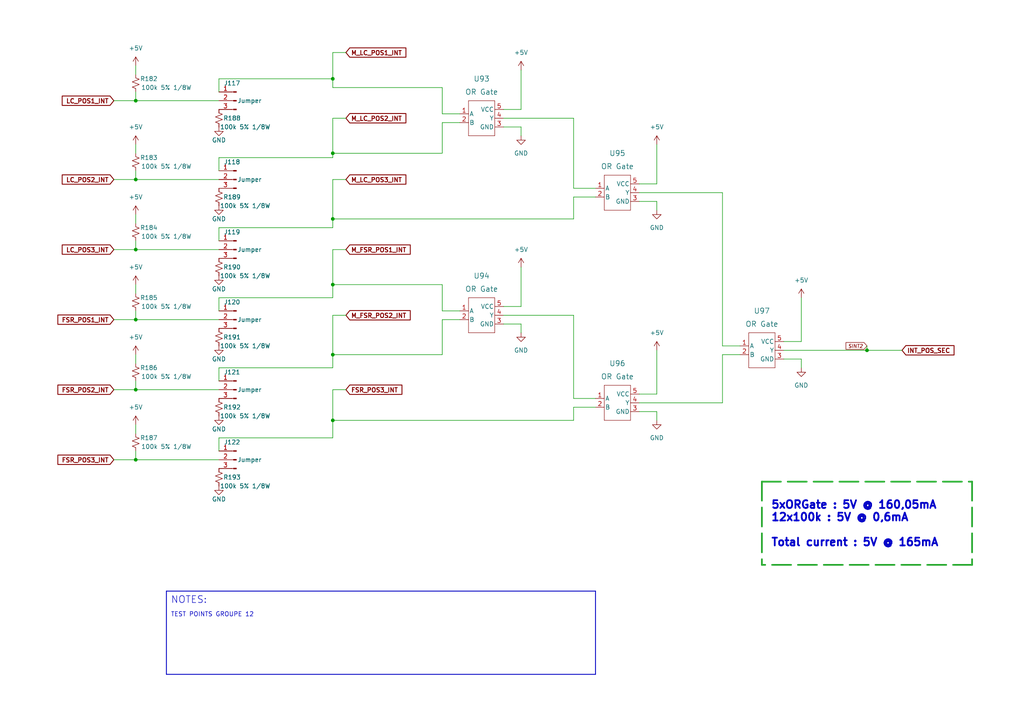
<source format=kicad_sch>
(kicad_sch (version 20211123) (generator eeschema)
  (paper "A4")
  (lib_symbols
    (symbol "Connector:Conn_01x03_Male" (pin_names (offset 1.016) hide)
      (property "Reference" "J" (at 0 5.08 0))
      (property "Value" "Conn_01x03_Male" (at 0 -5.08 0))
      (symbol "Conn_01x03_Male_1_1"
        (polyline (pts (xy 1.27 -2.54) (xy 0.8636 -2.54)) (stroke (width 0.1524)))
        (polyline (pts (xy 1.27 0) (xy 0.8636 0)) (stroke (width 0.1524)))
        (polyline (pts (xy 1.27 2.54) (xy 0.8636 2.54)) (stroke (width 0.1524)))
        (rectangle (start 0.8636 -2.413) (end 0 -2.667) (stroke (width 0.1524)) (fill (type outline)))
        (rectangle (start 0.8636 0.127) (end 0 -0.127) (stroke (width 0.1524)) (fill (type outline)))
        (rectangle (start 0.8636 2.667) (end 0 2.413) (stroke (width 0.1524)) (fill (type outline)))
        (pin passive line (at 5.08 2.54 180) (length 3.81) (name "Pin_1") (number "1"))
        (pin passive line (at 5.08 0 180) (length 3.81) (name "Pin_2") (number "2"))
        (pin passive line (at 5.08 -2.54 180) (length 3.81) (name "Pin_3") (number "3"))
      )
    )
    (symbol "Device:R_Small_US" (pin_numbers hide) (pin_names (offset 0.254) hide)
      (property "Reference" "R" (at 0.762 0.508 0))
      (property "Value" "R_Small_US" (at 0.762 -1.016 0))
      (symbol "R_Small_US_1_1"
        (polyline (pts (xy 0 0) (xy 1.016 -0.381) (xy 0 -0.762) (xy -1.016 -1.143) (xy 0 -1.524)))
        (polyline (pts (xy 0 1.524) (xy 1.016 1.143) (xy 0 0.762) (xy -1.016 0.381) (xy 0 0)))
        (pin passive line (at 0 2.54 270) (length 1.016) (name "~") (number "1"))
        (pin passive line (at 0 -2.54 90) (length 1.016) (name "~") (number "2"))
      )
    )
    (symbol "SymLib:SN74LVC1G32DBVR" (pin_names (offset 0.254))
      (property "Reference" "U" (at 25.4 10.16 0))
      (property "Value" "SN74LVC1G32DBVR" (at 25.4 7.62 0))
      (symbol "SN74LVC1G32DBVR_0_1"
        (polyline (pts (xy 21.59 -7.62) (xy 29.21 -7.62)) (stroke (width 0.127)))
        (polyline (pts (xy 21.59 2.54) (xy 21.59 -7.62)) (stroke (width 0.127)))
        (polyline (pts (xy 29.21 -7.62) (xy 29.21 2.54)) (stroke (width 0.127)))
        (polyline (pts (xy 29.21 2.54) (xy 21.59 2.54)) (stroke (width 0.127)))
        (pin input line (at 19.05 -1.27 0) (length 2.54) (name "A") (number "1"))
        (pin input line (at 19.05 -3.81 0) (length 2.54) (name "B") (number "2"))
        (pin power_in line (at 31.75 -5.08 180) (length 2.54) (name "GND") (number "3"))
        (pin output line (at 31.75 -2.54 180) (length 2.54) (name "Y") (number "4"))
        (pin power_in line (at 31.75 0 180) (length 2.54) (name "VCC") (number "5"))
      )
    )
    (symbol "power:+5V" (power) (pin_names (offset 0))
      (property "Value" "+5V" (at 0 3.556 0))
      (symbol "+5V_0_1"
        (polyline (pts (xy -0.762 1.27) (xy 0 2.54)))
        (polyline (pts (xy 0 0) (xy 0 2.54)))
        (polyline (pts (xy 0 2.54) (xy 0.762 1.27)))
      )
      (symbol "+5V_1_1"
        (pin power_in line (at 0 0 90) (length 0) hide (name "+5V") (number "1"))
      )
    )
    (symbol "power:GND" (power) (pin_names (offset 0))
      (property "Value" "GND" (at 0 -3.81 0))
      (symbol "GND_0_1"
        (polyline (pts (xy 0 0) (xy 0 -1.27) (xy 1.27 -1.27) (xy 0 -2.54) (xy -1.27 -1.27) (xy 0 -1.27)))
      )
      (symbol "GND_1_1"
        (pin power_in line (at 0 0 270) (length 0) hide (name "GND") (number "1"))
      )
    )
  )
  (junction (at 96.52 82.55))
  (junction (at 96.52 121.92))
  (junction (at 39.37 29.21))
  (junction (at 251.46 101.6))
  (junction (at 39.37 92.71))
  (junction (at 96.52 63.5))
  (junction (at 96.52 22.86))
  (junction (at 39.37 133.35))
  (junction (at 39.37 113.03))
  (junction (at 39.37 52.07))
  (junction (at 96.52 102.87))
  (junction (at 96.52 44.45))
  (junction (at 39.37 72.39))
  (polyline (pts (xy 48.26 171.45) (xy 172.72 171.45)) (stroke (width 0.25) (type solid)))
  (wire (pts (xy 172.72 57.15) (xy 166.37 57.15)))
  (wire (pts (xy 96.52 86.36) (xy 96.52 82.55)))
  (wire (pts (xy 39.37 19.05) (xy 39.37 21.59)))
  (polyline (pts (xy 281.94 163.83) (xy 220.98 163.83)) (stroke (width 0.5) (type dash) (color 37 168 45 1)))
  (wire (pts (xy 227.33 99.06) (xy 232.41 99.06)))
  (wire (pts (xy 133.35 92.71) (xy 128.27 92.71)))
  (wire (pts (xy 39.37 130.81) (xy 39.37 133.35)))
  (wire (pts (xy 151.13 20.32) (xy 151.13 31.75)))
  (wire (pts (xy 63.5 86.36) (xy 96.52 86.36)))
  (wire (pts (xy 190.5 121.92) (xy 190.5 119.38)))
  (wire (pts (xy 172.72 54.61) (xy 166.37 54.61)))
  (wire (pts (xy 39.37 102.87) (xy 39.37 105.41)))
  (wire (pts (xy 172.72 118.11) (xy 166.37 118.11)))
  (wire (pts (xy 190.5 58.42) (xy 185.42 58.42)))
  (wire (pts (xy 63.5 22.86) (xy 96.52 22.86)))
  (wire (pts (xy 96.52 45.72) (xy 96.52 44.45)))
  (wire (pts (xy 251.46 100.33) (xy 251.46 101.6)))
  (wire (pts (xy 63.5 69.85) (xy 63.5 66.04)))
  (wire (pts (xy 96.52 63.5) (xy 166.37 63.5)))
  (wire (pts (xy 232.41 106.68) (xy 232.41 104.14)))
  (wire (pts (xy 96.52 34.29) (xy 96.52 44.45)))
  (wire (pts (xy 190.5 101.6) (xy 190.5 114.3)))
  (wire (pts (xy 128.27 44.45) (xy 128.27 35.56)))
  (wire (pts (xy 166.37 34.29) (xy 146.05 34.29)))
  (wire (pts (xy 96.52 66.04) (xy 96.52 63.5)))
  (wire (pts (xy 39.37 133.35) (xy 63.5 133.35)))
  (wire (pts (xy 100.33 113.03) (xy 96.52 113.03)))
  (wire (pts (xy 63.5 45.72) (xy 96.52 45.72)))
  (polyline (pts (xy 281.94 139.7) (xy 281.94 163.83)) (stroke (width 0.5) (type dash) (color 37 168 45 1)))
  (wire (pts (xy 209.55 102.87) (xy 214.63 102.87)))
  (wire (pts (xy 39.37 92.71) (xy 63.5 92.71)))
  (wire (pts (xy 96.52 25.4) (xy 128.27 25.4)))
  (wire (pts (xy 96.52 44.45) (xy 128.27 44.45)))
  (wire (pts (xy 33.02 52.07) (xy 39.37 52.07)))
  (wire (pts (xy 166.37 57.15) (xy 166.37 63.5)))
  (wire (pts (xy 96.52 15.24) (xy 96.52 22.86)))
  (wire (pts (xy 96.52 113.03) (xy 96.52 121.92)))
  (wire (pts (xy 151.13 36.83) (xy 146.05 36.83)))
  (polyline (pts (xy 48.26 171.45) (xy 48.26 195.58)) (stroke (width 0.25) (type solid)))
  (wire (pts (xy 185.42 53.34) (xy 190.5 53.34)))
  (wire (pts (xy 39.37 123.19) (xy 39.37 125.73)))
  (wire (pts (xy 96.52 72.39) (xy 96.52 82.55)))
  (wire (pts (xy 146.05 88.9) (xy 151.13 88.9)))
  (wire (pts (xy 63.5 106.68) (xy 96.52 106.68)))
  (wire (pts (xy 96.52 22.86) (xy 96.52 25.4)))
  (wire (pts (xy 190.5 41.91) (xy 190.5 53.34)))
  (wire (pts (xy 63.5 26.67) (xy 63.5 22.86)))
  (wire (pts (xy 33.02 29.21) (xy 39.37 29.21)))
  (wire (pts (xy 185.42 114.3) (xy 190.5 114.3)))
  (wire (pts (xy 100.33 72.39) (xy 96.52 72.39)))
  (wire (pts (xy 63.5 90.17) (xy 63.5 86.36)))
  (polyline (pts (xy 172.72 195.58) (xy 48.26 195.58)) (stroke (width 0.25) (type solid)))
  (wire (pts (xy 96.52 91.44) (xy 96.52 102.87)))
  (polyline (pts (xy 220.98 139.7) (xy 281.94 139.7)) (stroke (width 0.5) (type dash) (color 37 168 45 1)))
  (wire (pts (xy 185.42 55.88) (xy 209.55 55.88)))
  (wire (pts (xy 232.41 86.36) (xy 232.41 99.06)))
  (wire (pts (xy 39.37 72.39) (xy 63.5 72.39)))
  (wire (pts (xy 39.37 49.53) (xy 39.37 52.07)))
  (wire (pts (xy 39.37 29.21) (xy 63.5 29.21)))
  (wire (pts (xy 33.02 113.03) (xy 39.37 113.03)))
  (wire (pts (xy 128.27 25.4) (xy 128.27 33.02)))
  (wire (pts (xy 128.27 35.56) (xy 133.35 35.56)))
  (polyline (pts (xy 220.98 139.7) (xy 220.98 163.83)) (stroke (width 0.5) (type dash) (color 37 168 45 1)))
  (wire (pts (xy 39.37 82.55) (xy 39.37 85.09)))
  (wire (pts (xy 100.33 34.29) (xy 96.52 34.29)))
  (wire (pts (xy 39.37 62.23) (xy 39.37 64.77)))
  (wire (pts (xy 96.52 52.07) (xy 96.52 63.5)))
  (wire (pts (xy 209.55 100.33) (xy 214.63 100.33)))
  (wire (pts (xy 100.33 15.24) (xy 96.52 15.24)))
  (wire (pts (xy 151.13 39.37) (xy 151.13 36.83)))
  (wire (pts (xy 33.02 133.35) (xy 39.37 133.35)))
  (wire (pts (xy 33.02 92.71) (xy 39.37 92.71)))
  (wire (pts (xy 166.37 54.61) (xy 166.37 34.29)))
  (wire (pts (xy 185.42 116.84) (xy 209.55 116.84)))
  (wire (pts (xy 251.46 101.6) (xy 261.62 101.6)))
  (wire (pts (xy 146.05 31.75) (xy 151.13 31.75)))
  (wire (pts (xy 166.37 115.57) (xy 166.37 91.44)))
  (wire (pts (xy 209.55 116.84) (xy 209.55 102.87)))
  (wire (pts (xy 33.02 72.39) (xy 39.37 72.39)))
  (wire (pts (xy 128.27 33.02) (xy 133.35 33.02)))
  (wire (pts (xy 166.37 118.11) (xy 166.37 121.92)))
  (wire (pts (xy 63.5 66.04) (xy 96.52 66.04)))
  (wire (pts (xy 39.37 52.07) (xy 63.5 52.07)))
  (wire (pts (xy 128.27 102.87) (xy 128.27 92.71)))
  (wire (pts (xy 96.52 82.55) (xy 128.27 82.55)))
  (wire (pts (xy 63.5 130.81) (xy 63.5 127)))
  (wire (pts (xy 96.52 127) (xy 96.52 121.92)))
  (wire (pts (xy 100.33 91.44) (xy 96.52 91.44)))
  (wire (pts (xy 128.27 82.55) (xy 128.27 90.17)))
  (wire (pts (xy 151.13 96.52) (xy 151.13 93.98)))
  (wire (pts (xy 39.37 26.67) (xy 39.37 29.21)))
  (wire (pts (xy 190.5 60.96) (xy 190.5 58.42)))
  (wire (pts (xy 63.5 49.53) (xy 63.5 45.72)))
  (wire (pts (xy 39.37 69.85) (xy 39.37 72.39)))
  (wire (pts (xy 96.52 121.92) (xy 166.37 121.92)))
  (wire (pts (xy 151.13 93.98) (xy 146.05 93.98)))
  (wire (pts (xy 232.41 104.14) (xy 227.33 104.14)))
  (wire (pts (xy 63.5 110.49) (xy 63.5 106.68)))
  (wire (pts (xy 227.33 101.6) (xy 251.46 101.6)))
  (wire (pts (xy 96.52 106.68) (xy 96.52 102.87)))
  (wire (pts (xy 172.72 115.57) (xy 166.37 115.57)))
  (wire (pts (xy 166.37 91.44) (xy 146.05 91.44)))
  (wire (pts (xy 151.13 77.47) (xy 151.13 88.9)))
  (wire (pts (xy 39.37 113.03) (xy 63.5 113.03)))
  (wire (pts (xy 190.5 119.38) (xy 185.42 119.38)))
  (wire (pts (xy 39.37 110.49) (xy 39.37 113.03)))
  (polyline (pts (xy 172.72 171.45) (xy 172.72 195.58)) (stroke (width 0.25) (type solid)))
  (wire (pts (xy 39.37 90.17) (xy 39.37 92.71)))
  (wire (pts (xy 128.27 90.17) (xy 133.35 90.17)))
  (wire (pts (xy 100.33 52.07) (xy 96.52 52.07)))
  (wire (pts (xy 39.37 41.91) (xy 39.37 44.45)))
  (wire (pts (xy 96.52 102.87) (xy 128.27 102.87)))
  (wire (pts (xy 209.55 55.88) (xy 209.55 100.33)))
  (wire (pts (xy 63.5 127) (xy 96.52 127)))
  (text "TEST POINTS GROUPE 12" (at 49.53 179.07 0) (effects (font (size 1.27 1.27)) (justify left bottom)))
  (text "5xORGate : 5V @ 160,05mA\n12x100k : 5V @ 0,6mA\n\nTotal current : 5V @ 165mA" (at 223.52 158.75 0) (effects (font (size 2.25 2.25) (thickness 0.5) bold) (justify left bottom)))
  (text "NOTES:" (at 49.53 175.26 0) (effects (font (size 2 2)) (justify left bottom)))
  (global_label "FSR_POS3_INT" (shape input) (at 100.33 113.03 0) (effects (font (thickness 0.254) bold)) (property "Intersheet References" "${INTERSHEET_REFS}" (effects hide)))
  (global_label "FSR_POS3_INT" (shape input) (at 33.02 133.35 180) (effects (font (thickness 0.254) bold)) (property "Intersheet References" "${INTERSHEET_REFS}" (effects hide)))
  (global_label "M_FSR_POS2_INT" (shape input) (at 100.33 91.44 0) (effects (font (thickness 0.254) bold)) (property "Intersheet References" "${INTERSHEET_REFS}" (effects hide)))
  (global_label "FSR_POS2_INT" (shape input) (at 33.02 113.03 180) (effects (font (thickness 0.254) bold)) (property "Intersheet References" "${INTERSHEET_REFS}" (effects hide)))
  (global_label "M_LC_POS1_INT" (shape input) (at 100.33 15.24 0) (effects (font bold)) (property "Intersheet References" "${INTERSHEET_REFS}" (effects hide)))
  (global_label "LC_POS2_INT" (shape input) (at 33.02 52.07 180) (effects (font bold)) (property "Intersheet References" "${INTERSHEET_REFS}" (effects hide)))
  (global_label "LC_POS1_INT" (shape input) (at 33.02 29.21 180) (effects (font bold)) (property "Intersheet References" "${INTERSHEET_REFS}" (effects hide)))
  (global_label "INT_POS_SEC" (shape input) (at 261.62 101.6 0) (effects (font bold)) (property "Intersheet References" "${INTERSHEET_REFS}" (effects hide)))
  (global_label "SINT2" (shape input) (at 251.46 100.33 180) (effects (font (size 1 1) italic)) (property "Intersheet References" "${INTERSHEET_REFS}" (effects hide)))
  (global_label "M_LC_POS2_INT" (shape input) (at 100.33 34.29 0) (effects (font bold)) (property "Intersheet References" "${INTERSHEET_REFS}" (effects hide)))
  (global_label "LC_POS3_INT" (shape input) (at 33.02 72.39 180) (effects (font bold)) (property "Intersheet References" "${INTERSHEET_REFS}" (effects hide)))
  (global_label "M_LC_POS3_INT" (shape input) (at 100.33 52.07 0) (effects (font bold)) (property "Intersheet References" "${INTERSHEET_REFS}" (effects hide)))
  (global_label "FSR_POS1_INT" (shape input) (at 33.02 92.71 180) (effects (font (thickness 0.254) bold)) (property "Intersheet References" "${INTERSHEET_REFS}" (effects hide)))
  (global_label "M_FSR_POS1_INT" (shape input) (at 100.33 72.39 0) (effects (font (thickness 0.254) bold)) (property "Intersheet References" "${INTERSHEET_REFS}" (effects hide)))
  (symbol (lib_id "power:GND") (at 63.5 100.33 0) (unit 1)
    (property "Reference" "#PWR0513" (effects hide))
    (property "Value" "GND" (at 63.5 104.14 0))
  )
  (symbol (lib_id "Device:R_Small_US") (at 63.5 77.47 0) (unit 1)
    (property "Reference" "R190" (at 67.31 77.47 0))
    (property "Value" "100k 5% 1/8W" (at 71.12 80.01 0))
    (property "Footprint" "Resistor_SMD:R_0805_2012Metric" (effects hide))
    (property "MANUFACTURER" "Panasonic Electronic Components" (effects hide))
    (property "PACKAGE" "0805 (2012 Metric)" (effects hide))
    (property "PART NUMBER" "ERJ-6GEYJ104V" (effects hide))
    (property "TYPE" "SMD" (effects hide))
    (property "DESCRIPTION" "100 kOhms ±5% 0.125W, 1/8W Chip Resistor 0805 (2012 Metric) Automotive AEC-Q200 Thick Film" (effects hide))
  )
  (symbol (lib_id "SymLib:SN74LVC1G32DBVR") (at 114.3 31.75 0) (unit 1)
    (property "Reference" "U93" (at 139.7 22.86 0) (effects (font (size 1.524 1.524))))
    (property "Value" "OR Gate" (at 139.7 26.67 0) (effects (font (size 1.524 1.524))))
    (property "Footprint" "FootPrint:SOT95P270X145-5N" (effects hide))
    (property "DESCRIPTION" "OR Gate IC 1 Channel SOT-23-5" (effects hide))
    (property "MANUFACTURER" "Texas Instruments" (effects hide))
    (property "PACKAGE" "SC-74A, SOT-753" (effects hide))
    (property "PART NUMBER" "SN74LVC1G32DBVR" (effects hide))
    (property "TYPE" "SMD" (effects hide))
  )
  (symbol (lib_id "SymLib:SN74LVC1G32DBVR") (at 114.3 88.9 0) (unit 1)
    (property "Reference" "U94" (at 139.7 80.01 0) (effects (font (size 1.524 1.524))))
    (property "Value" "OR Gate" (at 139.7 83.82 0) (effects (font (size 1.524 1.524))))
    (property "Footprint" "FootPrint:SOT95P270X145-5N" (effects hide))
    (property "DESCRIPTION" "OR Gate IC 1 Channel SOT-23-5" (effects hide))
    (property "MANUFACTURER" "Texas Instruments" (effects hide))
    (property "PACKAGE" "SC-74A, SOT-753" (effects hide))
    (property "PART NUMBER" "SN74LVC1G32DBVR" (effects hide))
    (property "TYPE" "SMD" (effects hide))
  )
  (symbol (lib_id "Connector:Conn_01x03_Male") (at 68.58 92.71 0) (mirror y) (unit 1)
    (property "Reference" "J120" (at 67.31 87.63 0))
    (property "Value" "Jumper" (at 72.39 92.71 0))
    (property "Footprint" "Connector_PinSocket_2.54mm:PinSocket_1x03_P2.54mm_Vertical" (effects hide))
    (property "DESCRIPTION" "CONN HEADER VERT 3POS 2.54MM" (effects hide))
    (property "MANUFACTURER" "Würth Elektronik" (effects hide))
    (property "PACKAGE" "Square 0.100\" (2.54mm)" (effects hide))
    (property "PART NUMBER" "61300311121" (effects hide))
    (property "TYPE" "Through Hole" (effects hide))
  )
  (symbol (lib_id "power:GND") (at 63.5 36.83 0) (unit 1)
    (property "Reference" "#PWR0510" (effects hide))
    (property "Value" "GND" (at 63.5 40.64 0))
  )
  (symbol (lib_id "Device:R_Small_US") (at 63.5 57.15 0) (unit 1)
    (property "Reference" "R189" (at 67.31 57.15 0))
    (property "Value" "100k 5% 1/8W" (at 71.12 59.69 0))
    (property "Footprint" "Resistor_SMD:R_0805_2012Metric" (effects hide))
    (property "MANUFACTURER" "Panasonic Electronic Components" (effects hide))
    (property "PACKAGE" "0805 (2012 Metric)" (effects hide))
    (property "PART NUMBER" "ERJ-6GEYJ104V" (effects hide))
    (property "TYPE" "SMD" (effects hide))
    (property "DESCRIPTION" "100 kOhms ±5% 0.125W, 1/8W Chip Resistor 0805 (2012 Metric) Automotive AEC-Q200 Thick Film" (effects hide))
  )
  (symbol (lib_id "power:GND") (at 63.5 80.01 0) (unit 1)
    (property "Reference" "#PWR0512" (effects hide))
    (property "Value" "GND" (at 63.5 83.82 0))
  )
  (symbol (lib_id "power:+5V") (at 39.37 102.87 0) (unit 1)
    (property "Reference" "#PWR0508" (effects hide))
    (property "Value" "+5V" (at 39.37 97.79 0))
  )
  (symbol (lib_id "power:GND") (at 63.5 140.97 0) (unit 1)
    (property "Reference" "#PWR0515" (effects hide))
    (property "Value" "GND" (at 63.5 144.78 0))
  )
  (symbol (lib_id "power:+5V") (at 39.37 123.19 0) (unit 1)
    (property "Reference" "#PWR0509" (effects hide))
    (property "Value" "+5V" (at 39.37 118.11 0))
  )
  (symbol (lib_id "power:GND") (at 63.5 59.69 0) (unit 1)
    (property "Reference" "#PWR0511" (effects hide))
    (property "Value" "GND" (at 63.5 63.5 0))
  )
  (symbol (lib_id "Device:R_Small_US") (at 63.5 118.11 0) (unit 1)
    (property "Reference" "R192" (at 67.31 118.11 0))
    (property "Value" "100k 5% 1/8W" (at 71.12 120.65 0))
    (property "Footprint" "Resistor_SMD:R_0805_2012Metric" (effects hide))
    (property "MANUFACTURER" "Panasonic Electronic Components" (effects hide))
    (property "PACKAGE" "0805 (2012 Metric)" (effects hide))
    (property "PART NUMBER" "ERJ-6GEYJ104V" (effects hide))
    (property "TYPE" "SMD" (effects hide))
    (property "DESCRIPTION" "100 kOhms ±5% 0.125W, 1/8W Chip Resistor 0805 (2012 Metric) Automotive AEC-Q200 Thick Film" (effects hide))
  )
  (symbol (lib_id "Device:R_Small_US") (at 63.5 138.43 0) (unit 1)
    (property "Reference" "R193" (at 67.31 138.43 0))
    (property "Value" "100k 5% 1/8W" (at 71.12 140.97 0))
    (property "Footprint" "Resistor_SMD:R_0805_2012Metric" (effects hide))
    (property "MANUFACTURER" "Panasonic Electronic Components" (effects hide))
    (property "PACKAGE" "0805 (2012 Metric)" (effects hide))
    (property "PART NUMBER" "ERJ-6GEYJ104V" (effects hide))
    (property "TYPE" "SMD" (effects hide))
    (property "DESCRIPTION" "100 kOhms ±5% 0.125W, 1/8W Chip Resistor 0805 (2012 Metric) Automotive AEC-Q200 Thick Film" (effects hide))
  )
  (symbol (lib_id "power:+5V") (at 190.5 101.6 0) (unit 1)
    (property "Reference" "#PWR0522" (effects hide))
    (property "Value" "+5V" (at 190.5 96.52 0))
  )
  (symbol (lib_id "Device:R_Small_US") (at 39.37 67.31 0) (unit 1)
    (property "Reference" "R184" (at 43.18 66.04 0))
    (property "Value" "100k 5% 1/8W" (at 48.26 68.58 0))
    (property "Footprint" "Resistor_SMD:R_0805_2012Metric" (effects hide))
    (property "MANUFACTURER" "Panasonic Electronic Components" (effects hide))
    (property "PACKAGE" "0805 (2012 Metric)" (effects hide))
    (property "PART NUMBER" "ERJ-6GEYJ104V" (effects hide))
    (property "TYPE" "SMD" (effects hide))
    (property "DESCRIPTION" "100 kOhms ±5% 0.125W, 1/8W Chip Resistor 0805 (2012 Metric) Automotive AEC-Q200 Thick Film" (effects hide))
  )
  (symbol (lib_id "power:GND") (at 232.41 106.68 0) (unit 1)
    (property "Reference" "#PWR0525" (effects hide))
    (property "Value" "GND" (at 232.41 111.76 0))
  )
  (symbol (lib_id "power:+5V") (at 232.41 86.36 0) (unit 1)
    (property "Reference" "#PWR0524" (effects hide))
    (property "Value" "+5V" (at 232.41 81.28 0))
  )
  (symbol (lib_id "Device:R_Small_US") (at 39.37 107.95 0) (unit 1)
    (property "Reference" "R186" (at 43.18 106.68 0))
    (property "Value" "100k 5% 1/8W" (at 48.26 109.22 0))
    (property "Footprint" "Resistor_SMD:R_0805_2012Metric" (effects hide))
    (property "MANUFACTURER" "Panasonic Electronic Components" (effects hide))
    (property "PACKAGE" "0805 (2012 Metric)" (effects hide))
    (property "PART NUMBER" "ERJ-6GEYJ104V" (effects hide))
    (property "TYPE" "SMD" (effects hide))
    (property "DESCRIPTION" "100 kOhms ±5% 0.125W, 1/8W Chip Resistor 0805 (2012 Metric) Automotive AEC-Q200 Thick Film" (effects hide))
  )
  (symbol (lib_id "power:GND") (at 190.5 60.96 0) (unit 1)
    (property "Reference" "#PWR0521" (effects hide))
    (property "Value" "GND" (at 190.5 66.04 0))
  )
  (symbol (lib_id "power:GND") (at 151.13 96.52 0) (unit 1)
    (property "Reference" "#PWR0519" (effects hide))
    (property "Value" "GND" (at 151.13 101.6 0))
  )
  (symbol (lib_id "Device:R_Small_US") (at 39.37 24.13 0) (unit 1)
    (property "Reference" "R182" (at 43.18 22.86 0))
    (property "Value" "100k 5% 1/8W" (at 48.26 25.4 0))
    (property "Footprint" "Resistor_SMD:R_0805_2012Metric" (effects hide))
    (property "MANUFACTURER" "Panasonic Electronic Components" (effects hide))
    (property "PACKAGE" "0805 (2012 Metric)" (effects hide))
    (property "PART NUMBER" "ERJ-6GEYJ104V" (effects hide))
    (property "TYPE" "SMD" (effects hide))
    (property "DESCRIPTION" "100 kOhms ±5% 0.125W, 1/8W Chip Resistor 0805 (2012 Metric) Automotive AEC-Q200 Thick Film" (effects hide))
  )
  (symbol (lib_id "Device:R_Small_US") (at 39.37 128.27 0) (unit 1)
    (property "Reference" "R187" (at 43.18 127 0))
    (property "Value" "100k 5% 1/8W" (at 48.26 129.54 0))
    (property "Footprint" "Resistor_SMD:R_0805_2012Metric" (effects hide))
    (property "MANUFACTURER" "Panasonic Electronic Components" (effects hide))
    (property "PACKAGE" "0805 (2012 Metric)" (effects hide))
    (property "PART NUMBER" "ERJ-6GEYJ104V" (effects hide))
    (property "TYPE" "SMD" (effects hide))
    (property "DESCRIPTION" "100 kOhms ±5% 0.125W, 1/8W Chip Resistor 0805 (2012 Metric) Automotive AEC-Q200 Thick Film" (effects hide))
  )
  (symbol (lib_id "Connector:Conn_01x03_Male") (at 68.58 29.21 0) (mirror y) (unit 1)
    (property "Reference" "J117" (at 67.31 24.13 0))
    (property "Value" "Jumper" (at 72.39 29.21 0))
    (property "Footprint" "Connector_PinSocket_2.54mm:PinSocket_1x03_P2.54mm_Vertical" (effects hide))
    (property "DESCRIPTION" "CONN HEADER VERT 3POS 2.54MM" (effects hide))
    (property "MANUFACTURER" "Würth Elektronik" (effects hide))
    (property "PACKAGE" "Square 0.100\" (2.54mm)" (effects hide))
    (property "PART NUMBER" "61300311121" (effects hide))
    (property "TYPE" "Through Hole" (effects hide))
  )
  (symbol (lib_id "power:+5V") (at 190.5 41.91 0) (unit 1)
    (property "Reference" "#PWR0520" (effects hide))
    (property "Value" "+5V" (at 190.5 36.83 0))
  )
  (symbol (lib_id "power:GND") (at 151.13 39.37 0) (unit 1)
    (property "Reference" "#PWR0517" (effects hide))
    (property "Value" "GND" (at 151.13 44.45 0))
  )
  (symbol (lib_id "power:GND") (at 190.5 121.92 0) (unit 1)
    (property "Reference" "#PWR0523" (effects hide))
    (property "Value" "GND" (at 190.5 127 0))
  )
  (symbol (lib_id "power:+5V") (at 151.13 20.32 0) (unit 1)
    (property "Reference" "#PWR0516" (effects hide))
    (property "Value" "+5V" (at 151.13 15.24 0))
  )
  (symbol (lib_id "Connector:Conn_01x03_Male") (at 68.58 72.39 0) (mirror y) (unit 1)
    (property "Reference" "J119" (at 67.31 67.31 0))
    (property "Value" "Jumper" (at 72.39 72.39 0))
    (property "Footprint" "Connector_PinSocket_2.54mm:PinSocket_1x03_P2.54mm_Vertical" (effects hide))
    (property "DESCRIPTION" "CONN HEADER VERT 3POS 2.54MM" (effects hide))
    (property "MANUFACTURER" "Würth Elektronik" (effects hide))
    (property "PACKAGE" "Square 0.100\" (2.54mm)" (effects hide))
    (property "PART NUMBER" "61300311121" (effects hide))
    (property "TYPE" "Through Hole" (effects hide))
  )
  (symbol (lib_id "Connector:Conn_01x03_Male") (at 68.58 113.03 0) (mirror y) (unit 1)
    (property "Reference" "J121" (at 67.31 107.95 0))
    (property "Value" "Jumper" (at 72.39 113.03 0))
    (property "Footprint" "Connector_PinSocket_2.54mm:PinSocket_1x03_P2.54mm_Vertical" (effects hide))
    (property "DESCRIPTION" "CONN HEADER VERT 3POS 2.54MM" (effects hide))
    (property "MANUFACTURER" "Würth Elektronik" (effects hide))
    (property "PACKAGE" "Square 0.100\" (2.54mm)" (effects hide))
    (property "PART NUMBER" "61300311121" (effects hide))
    (property "TYPE" "Through Hole" (effects hide))
  )
  (symbol (lib_id "power:+5V") (at 39.37 41.91 0) (unit 1)
    (property "Reference" "#PWR0505" (effects hide))
    (property "Value" "+5V" (at 39.37 36.83 0))
  )
  (symbol (lib_id "Device:R_Small_US") (at 63.5 34.29 0) (unit 1)
    (property "Reference" "R188" (at 67.31 34.29 0))
    (property "Value" "100k 5% 1/8W" (at 71.12 36.83 0))
    (property "Footprint" "Resistor_SMD:R_0805_2012Metric" (effects hide))
    (property "MANUFACTURER" "Panasonic Electronic Components" (effects hide))
    (property "PACKAGE" "0805 (2012 Metric)" (effects hide))
    (property "PART NUMBER" "ERJ-6GEYJ104V" (effects hide))
    (property "TYPE" "SMD" (effects hide))
    (property "DESCRIPTION" "100 kOhms ±5% 0.125W, 1/8W Chip Resistor 0805 (2012 Metric) Automotive AEC-Q200 Thick Film" (effects hide))
  )
  (symbol (lib_id "SymLib:SN74LVC1G32DBVR") (at 195.58 99.06 0) (unit 1)
    (property "Reference" "U97" (at 220.98 90.17 0) (effects (font (size 1.524 1.524))))
    (property "Value" "OR Gate" (at 220.98 93.98 0) (effects (font (size 1.524 1.524))))
    (property "Footprint" "FootPrint:SOT95P270X145-5N" (effects hide))
    (property "DESCRIPTION" "OR Gate IC 1 Channel SOT-23-5" (effects hide))
    (property "MANUFACTURER" "Texas Instruments" (effects hide))
    (property "PACKAGE" "SC-74A, SOT-753" (effects hide))
    (property "PART NUMBER" "SN74LVC1G32DBVR" (effects hide))
    (property "TYPE" "SMD" (effects hide))
  )
  (symbol (lib_id "power:+5V") (at 39.37 62.23 0) (unit 1)
    (property "Reference" "#PWR0506" (effects hide))
    (property "Value" "+5V" (at 39.37 57.15 0))
  )
  (symbol (lib_id "SymLib:SN74LVC1G32DBVR") (at 153.67 114.3 0) (unit 1)
    (property "Reference" "U96" (at 179.07 105.41 0) (effects (font (size 1.524 1.524))))
    (property "Value" "OR Gate" (at 179.07 109.22 0) (effects (font (size 1.524 1.524))))
    (property "Footprint" "FootPrint:SOT95P270X145-5N" (effects hide))
    (property "DESCRIPTION" "OR Gate IC 1 Channel SOT-23-5" (effects hide))
    (property "MANUFACTURER" "Texas Instruments" (effects hide))
    (property "PACKAGE" "SC-74A, SOT-753" (effects hide))
    (property "PART NUMBER" "SN74LVC1G32DBVR" (effects hide))
    (property "TYPE" "SMD" (effects hide))
  )
  (symbol (lib_id "Device:R_Small_US") (at 39.37 46.99 0) (unit 1)
    (property "Reference" "R183" (at 43.18 45.72 0))
    (property "Value" "100k 5% 1/8W" (at 48.26 48.26 0))
    (property "Footprint" "Resistor_SMD:R_0805_2012Metric" (effects hide))
    (property "MANUFACTURER" "Panasonic Electronic Components" (effects hide))
    (property "PACKAGE" "0805 (2012 Metric)" (effects hide))
    (property "PART NUMBER" "ERJ-6GEYJ104V" (effects hide))
    (property "TYPE" "SMD" (effects hide))
    (property "DESCRIPTION" "100 kOhms ±5% 0.125W, 1/8W Chip Resistor 0805 (2012 Metric) Automotive AEC-Q200 Thick Film" (effects hide))
  )
  (symbol (lib_id "SymLib:SN74LVC1G32DBVR") (at 153.67 53.34 0) (unit 1)
    (property "Reference" "U95" (at 179.07 44.45 0) (effects (font (size 1.524 1.524))))
    (property "Value" "OR Gate" (at 179.07 48.26 0) (effects (font (size 1.524 1.524))))
    (property "Footprint" "FootPrint:SOT95P270X145-5N" (effects hide))
    (property "DESCRIPTION" "OR Gate IC 1 Channel SOT-23-5" (effects hide))
    (property "MANUFACTURER" "Texas Instruments" (effects hide))
    (property "PACKAGE" "SC-74A, SOT-753" (effects hide))
    (property "PART NUMBER" "SN74LVC1G32DBVR" (effects hide))
    (property "TYPE" "SMD" (effects hide))
  )
  (symbol (lib_id "power:+5V") (at 151.13 77.47 0) (unit 1)
    (property "Reference" "#PWR0518" (effects hide))
    (property "Value" "+5V" (at 151.13 72.39 0))
  )
  (symbol (lib_id "power:+5V") (at 39.37 19.05 0) (unit 1)
    (property "Reference" "#PWR0504" (effects hide))
    (property "Value" "+5V" (at 39.37 13.97 0))
  )
  (symbol (lib_id "power:+5V") (at 39.37 82.55 0) (unit 1)
    (property "Reference" "#PWR0507" (effects hide))
    (property "Value" "+5V" (at 39.37 77.47 0))
  )
  (symbol (lib_id "Device:R_Small_US") (at 39.37 87.63 0) (unit 1)
    (property "Reference" "R185" (at 43.18 86.36 0))
    (property "Value" "100k 5% 1/8W" (at 48.26 88.9 0))
    (property "Footprint" "Resistor_SMD:R_0805_2012Metric" (effects hide))
    (property "MANUFACTURER" "Panasonic Electronic Components" (effects hide))
    (property "PACKAGE" "0805 (2012 Metric)" (effects hide))
    (property "PART NUMBER" "ERJ-6GEYJ104V" (effects hide))
    (property "TYPE" "SMD" (effects hide))
    (property "DESCRIPTION" "100 kOhms ±5% 0.125W, 1/8W Chip Resistor 0805 (2012 Metric) Automotive AEC-Q200 Thick Film" (effects hide))
  )
  (symbol (lib_id "power:GND") (at 63.5 120.65 0) (unit 1)
    (property "Reference" "#PWR0514" (effects hide))
    (property "Value" "GND" (at 63.5 124.46 0))
  )
  (symbol (lib_id "Device:R_Small_US") (at 63.5 97.79 0) (unit 1)
    (property "Reference" "R191" (at 67.31 97.79 0))
    (property "Value" "100k 5% 1/8W" (at 71.12 100.33 0))
    (property "Footprint" "Resistor_SMD:R_0805_2012Metric" (effects hide))
    (property "MANUFACTURER" "Panasonic Electronic Components" (effects hide))
    (property "PACKAGE" "0805 (2012 Metric)" (effects hide))
    (property "PART NUMBER" "ERJ-6GEYJ104V" (effects hide))
    (property "TYPE" "SMD" (effects hide))
    (property "DESCRIPTION" "100 kOhms ±5% 0.125W, 1/8W Chip Resistor 0805 (2012 Metric) Automotive AEC-Q200 Thick Film" (effects hide))
  )
  (symbol (lib_id "Connector:Conn_01x03_Male") (at 68.58 133.35 0) (mirror y) (unit 1)
    (property "Reference" "J122" (at 67.31 128.27 0))
    (property "Value" "Jumper" (at 72.39 133.35 0))
    (property "Footprint" "Connector_PinSocket_2.54mm:PinSocket_1x03_P2.54mm_Vertical" (effects hide))
    (property "DESCRIPTION" "CONN HEADER VERT 3POS 2.54MM" (effects hide))
    (property "MANUFACTURER" "Würth Elektronik" (effects hide))
    (property "PACKAGE" "Square 0.100\" (2.54mm)" (effects hide))
    (property "PART NUMBER" "61300311121" (effects hide))
    (property "TYPE" "Through Hole" (effects hide))
  )
  (symbol (lib_id "Connector:Conn_01x03_Male") (at 68.58 52.07 0) (mirror y) (unit 1)
    (property "Reference" "J118" (at 67.31 46.99 0))
    (property "Value" "Jumper" (at 72.39 52.07 0))
    (property "Footprint" "Connector_PinSocket_2.54mm:PinSocket_1x03_P2.54mm_Vertical" (effects hide))
    (property "DESCRIPTION" "CONN HEADER VERT 3POS 2.54MM" (effects hide))
    (property "MANUFACTURER" "Würth Elektronik" (effects hide))
    (property "PACKAGE" "Square 0.100\" (2.54mm)" (effects hide))
    (property "PART NUMBER" "61300311121" (effects hide))
    (property "TYPE" "Through Hole" (effects hide))
  )
)
</source>
